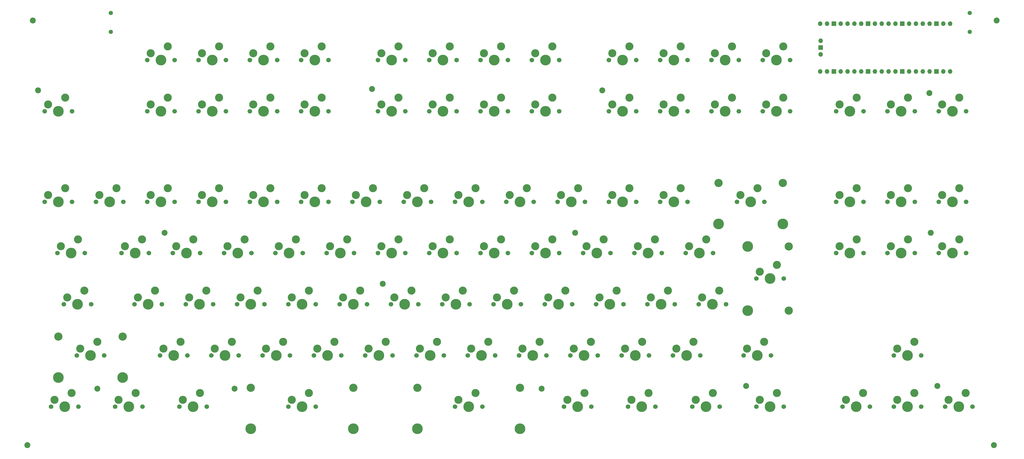
<source format=gts>
G04 #@! TF.GenerationSoftware,KiCad,Pcbnew,7.0.6*
G04 #@! TF.CreationDate,2023-11-12T21:08:56+01:00*
G04 #@! TF.ProjectId,main,6d61696e-2e6b-4696-9361-645f70636258,rev?*
G04 #@! TF.SameCoordinates,Original*
G04 #@! TF.FileFunction,Soldermask,Top*
G04 #@! TF.FilePolarity,Negative*
%FSLAX46Y46*%
G04 Gerber Fmt 4.6, Leading zero omitted, Abs format (unit mm)*
G04 Created by KiCad (PCBNEW 7.0.6) date 2023-11-12 21:08:56*
%MOMM*%
%LPD*%
G01*
G04 APERTURE LIST*
%ADD10C,2.200000*%
%ADD11C,1.701800*%
%ADD12C,3.000000*%
%ADD13C,3.987800*%
%ADD14C,3.048000*%
%ADD15C,1.600000*%
%ADD16O,1.700000X1.700000*%
%ADD17R,1.700000X1.700000*%
G04 APERTURE END LIST*
D10*
X34397500Y-56330000D03*
X221397500Y-167330000D03*
D11*
X170180000Y-97790000D03*
D12*
X171450000Y-95250000D03*
D13*
X175260000Y-97790000D03*
D12*
X177800000Y-92710000D03*
D11*
X180340000Y-97790000D03*
X217805000Y-116840000D03*
D12*
X219075000Y-114300000D03*
D13*
X222885000Y-116840000D03*
D12*
X225425000Y-111760000D03*
D11*
X227965000Y-116840000D03*
D10*
X243897500Y-56330000D03*
D11*
X74930000Y-45115000D03*
D12*
X76200000Y-42575000D03*
D13*
X80010000Y-45115000D03*
D12*
X82550000Y-40035000D03*
D11*
X85090000Y-45115000D03*
X352224000Y-154940000D03*
D12*
X353494000Y-152400000D03*
D13*
X357304000Y-154940000D03*
D12*
X359844000Y-149860000D03*
D11*
X362384000Y-154940000D03*
X241617500Y-135890000D03*
D12*
X242887500Y-133350000D03*
D13*
X246697500Y-135890000D03*
D12*
X249237500Y-130810000D03*
D11*
X251777500Y-135890000D03*
X179705000Y-64165000D03*
D12*
X180975000Y-61625000D03*
D13*
X184785000Y-64165000D03*
D12*
X187325000Y-59085000D03*
D11*
X189865000Y-64165000D03*
D10*
X56397500Y-167330000D03*
D11*
X136842500Y-154940000D03*
D12*
X138112500Y-152400000D03*
D13*
X141922500Y-154940000D03*
D12*
X144462500Y-149860000D03*
D11*
X147002500Y-154940000D03*
X349843000Y-64165000D03*
D12*
X351113000Y-61625000D03*
D13*
X354923000Y-64165000D03*
D12*
X357463000Y-59085000D03*
D11*
X360003000Y-64165000D03*
X160655000Y-45115000D03*
D12*
X161925000Y-42575000D03*
D13*
X165735000Y-45115000D03*
D12*
X168275000Y-40035000D03*
D11*
X170815000Y-45115000D03*
X217805000Y-45115000D03*
D12*
X219075000Y-42575000D03*
D13*
X222885000Y-45115000D03*
D12*
X225425000Y-40035000D03*
D11*
X227965000Y-45115000D03*
X296386250Y-154940000D03*
D12*
X297656250Y-152400000D03*
D13*
X301466250Y-154940000D03*
D12*
X304006250Y-149860000D03*
D11*
X306546250Y-154940000D03*
X213042500Y-154940000D03*
D12*
X214312500Y-152400000D03*
D13*
X218122500Y-154940000D03*
D12*
X220662500Y-149860000D03*
D11*
X223202500Y-154940000D03*
X141605000Y-116840000D03*
D12*
X142875000Y-114300000D03*
D13*
X146685000Y-116840000D03*
D12*
X149225000Y-111760000D03*
D11*
X151765000Y-116840000D03*
X179705000Y-45115000D03*
D12*
X180975000Y-42575000D03*
D13*
X184785000Y-45115000D03*
D12*
X187325000Y-40035000D03*
D11*
X189865000Y-45115000D03*
X198755000Y-64165000D03*
D12*
X200025000Y-61625000D03*
D13*
X203835000Y-64165000D03*
D12*
X206375000Y-59085000D03*
D11*
X208915000Y-64165000D03*
X127317500Y-135890000D03*
D12*
X128587500Y-133350000D03*
D13*
X132397500Y-135890000D03*
D12*
X134937500Y-130810000D03*
D11*
X137477500Y-135890000D03*
X333174000Y-173990000D03*
D12*
X334444000Y-171450000D03*
D13*
X338254000Y-173990000D03*
D12*
X340794000Y-168910000D03*
D11*
X343334000Y-173990000D03*
X93980000Y-45115000D03*
D12*
X95250000Y-42575000D03*
D13*
X99060000Y-45115000D03*
D12*
X101600000Y-40035000D03*
D11*
X104140000Y-45115000D03*
X122555000Y-116840000D03*
D12*
X123825000Y-114300000D03*
D13*
X127635000Y-116840000D03*
D12*
X130175000Y-111760000D03*
D11*
X132715000Y-116840000D03*
D10*
X107397500Y-167330000D03*
X365397500Y-57330000D03*
D14*
X175260000Y-167005000D03*
D13*
X175260000Y-182245000D03*
D11*
X189230000Y-173990000D03*
D12*
X190500000Y-171450000D03*
D13*
X194310000Y-173990000D03*
D12*
X196850000Y-168910000D03*
D11*
X199390000Y-173990000D03*
D14*
X213360000Y-167005000D03*
D13*
X213360000Y-182245000D03*
D11*
X265430000Y-97790000D03*
D12*
X266700000Y-95250000D03*
D13*
X270510000Y-97790000D03*
D12*
X273050000Y-92710000D03*
D11*
X275590000Y-97790000D03*
X113030000Y-45115000D03*
D12*
X114300000Y-42575000D03*
D13*
X118110000Y-45115000D03*
D12*
X120650000Y-40035000D03*
D11*
X123190000Y-45115000D03*
X160655000Y-116840000D03*
D12*
X161925000Y-114300000D03*
D13*
X165735000Y-116840000D03*
D12*
X168275000Y-111760000D03*
D11*
X170815000Y-116840000D03*
X63023750Y-173990000D03*
D12*
X64293750Y-171450000D03*
D13*
X68103750Y-173990000D03*
D12*
X70643750Y-168910000D03*
D11*
X73183750Y-173990000D03*
X93980000Y-64165000D03*
D12*
X95250000Y-61625000D03*
D13*
X99060000Y-64165000D03*
D12*
X101600000Y-59085000D03*
D11*
X104140000Y-64165000D03*
X232092500Y-154940000D03*
D12*
X233362500Y-152400000D03*
D13*
X237172500Y-154940000D03*
D12*
X239712500Y-149860000D03*
D11*
X242252500Y-154940000D03*
X165417500Y-135890000D03*
D12*
X166687500Y-133350000D03*
D13*
X170497500Y-135890000D03*
D12*
X173037500Y-130810000D03*
D11*
X175577500Y-135890000D03*
D14*
X113347500Y-167005000D03*
D13*
X113347500Y-182245000D03*
D11*
X127317500Y-173990000D03*
D12*
X128587500Y-171450000D03*
D13*
X132397500Y-173990000D03*
D12*
X134937500Y-168910000D03*
D11*
X137477500Y-173990000D03*
D14*
X151447500Y-167005000D03*
D13*
X151447500Y-182245000D03*
D11*
X74930000Y-64165000D03*
D12*
X76200000Y-61625000D03*
D13*
X80010000Y-64165000D03*
D12*
X82550000Y-59085000D03*
D11*
X85090000Y-64165000D03*
X70167500Y-135890000D03*
D12*
X71437500Y-133350000D03*
D13*
X75247500Y-135890000D03*
D12*
X77787500Y-130810000D03*
D11*
X80327500Y-135890000D03*
X265430000Y-64165000D03*
D12*
X266700000Y-61625000D03*
D13*
X270510000Y-64165000D03*
D12*
X273050000Y-59085000D03*
D11*
X275590000Y-64165000D03*
D10*
X297397500Y-166330000D03*
D11*
X222567500Y-135890000D03*
D12*
X223837500Y-133350000D03*
D13*
X227647500Y-135890000D03*
D12*
X230187500Y-130810000D03*
D11*
X232727500Y-135890000D03*
X79692500Y-154940000D03*
D12*
X80962500Y-152400000D03*
D13*
X84772500Y-154940000D03*
D12*
X87312500Y-149860000D03*
D11*
X89852500Y-154940000D03*
X251142500Y-154940000D03*
D12*
X252412500Y-152400000D03*
D13*
X256222500Y-154940000D03*
D12*
X258762500Y-149860000D03*
D11*
X261302500Y-154940000D03*
X246380000Y-45115000D03*
D12*
X247650000Y-42575000D03*
D13*
X251460000Y-45115000D03*
D12*
X254000000Y-40035000D03*
D11*
X256540000Y-45115000D03*
X217805000Y-64165000D03*
D12*
X219075000Y-61625000D03*
D13*
X222885000Y-64165000D03*
D12*
X225425000Y-59085000D03*
D11*
X227965000Y-64165000D03*
X265430000Y-45115000D03*
D12*
X266700000Y-42575000D03*
D13*
X270510000Y-45115000D03*
D12*
X273050000Y-40035000D03*
D11*
X275590000Y-45115000D03*
X330793000Y-116840000D03*
D12*
X332063000Y-114300000D03*
D13*
X335873000Y-116840000D03*
D12*
X338413000Y-111760000D03*
D11*
X340953000Y-116840000D03*
X277336250Y-173990000D03*
D12*
X278606250Y-171450000D03*
D13*
X282416250Y-173990000D03*
D12*
X284956250Y-168910000D03*
D11*
X287496250Y-173990000D03*
X368893000Y-97790000D03*
D12*
X370163000Y-95250000D03*
D13*
X373973000Y-97790000D03*
D12*
X376513000Y-92710000D03*
D11*
X379053000Y-97790000D03*
X349843000Y-97790000D03*
D12*
X351113000Y-95250000D03*
D13*
X354923000Y-97790000D03*
D12*
X357463000Y-92710000D03*
D11*
X360003000Y-97790000D03*
X86836250Y-173990000D03*
D12*
X88106250Y-171450000D03*
D13*
X91916250Y-173990000D03*
D12*
X94456250Y-168910000D03*
D11*
X96996250Y-173990000D03*
X55880000Y-97790000D03*
D12*
X57150000Y-95250000D03*
D13*
X60960000Y-97790000D03*
D12*
X63500000Y-92710000D03*
D11*
X66040000Y-97790000D03*
X255905000Y-116840000D03*
D12*
X257175000Y-114300000D03*
D13*
X260985000Y-116840000D03*
D12*
X263525000Y-111760000D03*
D11*
X266065000Y-116840000D03*
X160655000Y-64165000D03*
D12*
X161925000Y-61625000D03*
D13*
X165735000Y-64165000D03*
D12*
X168275000Y-59085000D03*
D11*
X170815000Y-64165000D03*
X65405000Y-116840000D03*
D12*
X66675000Y-114300000D03*
D13*
X70485000Y-116840000D03*
D12*
X73025000Y-111760000D03*
D11*
X75565000Y-116840000D03*
X132080000Y-64165000D03*
D12*
X133350000Y-61625000D03*
D13*
X137160000Y-64165000D03*
D12*
X139700000Y-59085000D03*
D11*
X142240000Y-64165000D03*
X198755000Y-116840000D03*
D12*
X200025000Y-114300000D03*
D13*
X203835000Y-116840000D03*
D12*
X206375000Y-111760000D03*
D11*
X208915000Y-116840000D03*
X301148750Y-173990000D03*
D12*
X302418750Y-171450000D03*
D13*
X306228750Y-173990000D03*
D12*
X308768750Y-168910000D03*
D11*
X311308750Y-173990000D03*
X349843000Y-116840000D03*
D12*
X351113000Y-114300000D03*
D13*
X354923000Y-116840000D03*
D12*
X357463000Y-111760000D03*
D11*
X360003000Y-116840000D03*
X132080000Y-97790000D03*
D12*
X133350000Y-95250000D03*
D13*
X137160000Y-97790000D03*
D12*
X139700000Y-92710000D03*
D11*
X142240000Y-97790000D03*
D10*
X390397500Y-30330000D03*
D11*
X246380000Y-64165000D03*
D12*
X247650000Y-61625000D03*
D13*
X251460000Y-64165000D03*
D12*
X254000000Y-59085000D03*
D11*
X256540000Y-64165000D03*
X368893000Y-116840000D03*
D12*
X370163000Y-114300000D03*
D13*
X373973000Y-116840000D03*
D12*
X376513000Y-111760000D03*
D11*
X379053000Y-116840000D03*
D10*
X162397500Y-128330000D03*
D14*
X41878250Y-147955000D03*
D13*
X41878250Y-163195000D03*
D11*
X48736250Y-154940000D03*
D12*
X50006250Y-152400000D03*
D13*
X53816250Y-154940000D03*
D12*
X56356250Y-149860000D03*
D11*
X58896250Y-154940000D03*
D14*
X65754250Y-147955000D03*
D13*
X65754250Y-163195000D03*
D11*
X330793000Y-97790000D03*
D12*
X332063000Y-95250000D03*
D13*
X335873000Y-97790000D03*
D12*
X338413000Y-92710000D03*
D11*
X340953000Y-97790000D03*
X89217500Y-135890000D03*
D12*
X90487500Y-133350000D03*
D13*
X94297500Y-135890000D03*
D12*
X96837500Y-130810000D03*
D11*
X99377500Y-135890000D03*
X279717500Y-135890000D03*
D12*
X280987500Y-133350000D03*
D13*
X284797500Y-135890000D03*
D12*
X287337500Y-130810000D03*
D11*
X289877500Y-135890000D03*
X184467500Y-135890000D03*
D12*
X185737500Y-133350000D03*
D13*
X189547500Y-135890000D03*
D12*
X192087500Y-130810000D03*
D11*
X194627500Y-135890000D03*
X352224000Y-173990000D03*
D12*
X353494000Y-171450000D03*
D13*
X357304000Y-173990000D03*
D12*
X359844000Y-168910000D03*
D11*
X362384000Y-173990000D03*
D10*
X389397500Y-188330000D03*
D11*
X193992500Y-154940000D03*
D12*
X195262500Y-152400000D03*
D13*
X199072500Y-154940000D03*
D12*
X201612500Y-149860000D03*
D11*
X204152500Y-154940000D03*
X43973750Y-135890000D03*
D12*
X45243750Y-133350000D03*
D13*
X49053750Y-135890000D03*
D12*
X51593750Y-130810000D03*
D11*
X54133750Y-135890000D03*
D14*
X287147000Y-90805000D03*
D13*
X287147000Y-106045000D03*
D11*
X294005000Y-97790000D03*
D12*
X295275000Y-95250000D03*
D13*
X299085000Y-97790000D03*
D12*
X301625000Y-92710000D03*
D11*
X304165000Y-97790000D03*
D14*
X311023000Y-90805000D03*
D13*
X311023000Y-106045000D03*
D11*
X155892500Y-154940000D03*
D12*
X157162500Y-152400000D03*
D13*
X160972500Y-154940000D03*
D12*
X163512500Y-149860000D03*
D11*
X166052500Y-154940000D03*
X229711250Y-173990000D03*
D12*
X230981250Y-171450000D03*
D13*
X234791250Y-173990000D03*
D12*
X237331250Y-168910000D03*
D11*
X239871250Y-173990000D03*
X284480000Y-45115000D03*
D12*
X285750000Y-42575000D03*
D13*
X289560000Y-45115000D03*
D12*
X292100000Y-40035000D03*
D11*
X294640000Y-45115000D03*
D13*
X297973750Y-114427000D03*
X297973750Y-138303000D03*
D11*
X301148750Y-126365000D03*
D12*
X302418750Y-123825000D03*
D13*
X306228750Y-126365000D03*
D12*
X308768750Y-121285000D03*
D11*
X311308750Y-126365000D03*
D14*
X313213750Y-114427000D03*
X313213750Y-138303000D03*
D10*
X81397500Y-109330000D03*
D11*
X151130000Y-97790000D03*
D12*
X152400000Y-95250000D03*
D13*
X156210000Y-97790000D03*
D12*
X158750000Y-92710000D03*
D11*
X161290000Y-97790000D03*
X117792500Y-154940000D03*
D12*
X119062500Y-152400000D03*
D13*
X122872500Y-154940000D03*
D12*
X125412500Y-149860000D03*
D11*
X127952500Y-154940000D03*
X203517500Y-135890000D03*
D12*
X204787500Y-133350000D03*
D13*
X208597500Y-135890000D03*
D12*
X211137500Y-130810000D03*
D11*
X213677500Y-135890000D03*
X84455000Y-116840000D03*
D12*
X85725000Y-114300000D03*
D13*
X89535000Y-116840000D03*
D12*
X92075000Y-111760000D03*
D11*
X94615000Y-116840000D03*
X93980000Y-97790000D03*
D12*
X95250000Y-95250000D03*
D13*
X99060000Y-97790000D03*
D12*
X101600000Y-92710000D03*
D11*
X104140000Y-97790000D03*
X179705000Y-116840000D03*
D12*
X180975000Y-114300000D03*
D13*
X184785000Y-116840000D03*
D12*
X187325000Y-111760000D03*
D11*
X189865000Y-116840000D03*
X132080000Y-45115000D03*
D12*
X133350000Y-42575000D03*
D13*
X137160000Y-45115000D03*
D12*
X139700000Y-40035000D03*
D11*
X142240000Y-45115000D03*
X236855000Y-116840000D03*
D12*
X238125000Y-114300000D03*
D13*
X241935000Y-116840000D03*
D12*
X244475000Y-111760000D03*
D11*
X247015000Y-116840000D03*
X198755000Y-45115000D03*
D12*
X200025000Y-42575000D03*
D13*
X203835000Y-45115000D03*
D12*
X206375000Y-40035000D03*
D11*
X208915000Y-45115000D03*
X368893000Y-64165000D03*
D12*
X370163000Y-61625000D03*
D13*
X373973000Y-64165000D03*
D12*
X376513000Y-59085000D03*
D11*
X379053000Y-64165000D03*
X36830000Y-97790000D03*
D12*
X38100000Y-95250000D03*
D13*
X41910000Y-97790000D03*
D12*
X44450000Y-92710000D03*
D11*
X46990000Y-97790000D03*
X303530000Y-64165000D03*
D12*
X304800000Y-61625000D03*
D13*
X308610000Y-64165000D03*
D12*
X311150000Y-59085000D03*
D11*
X313690000Y-64165000D03*
X270192500Y-154940000D03*
D12*
X271462500Y-152400000D03*
D13*
X275272500Y-154940000D03*
D12*
X277812500Y-149860000D03*
D11*
X280352500Y-154940000D03*
X246380000Y-97790000D03*
D12*
X247650000Y-95250000D03*
D13*
X251460000Y-97790000D03*
D12*
X254000000Y-92710000D03*
D11*
X256540000Y-97790000D03*
D10*
X158397500Y-55830000D03*
D11*
X274955000Y-116840000D03*
D12*
X276225000Y-114300000D03*
D13*
X280035000Y-116840000D03*
D12*
X282575000Y-111760000D03*
D11*
X285115000Y-116840000D03*
X174942500Y-154940000D03*
D12*
X176212500Y-152400000D03*
D13*
X180022500Y-154940000D03*
D12*
X182562500Y-149860000D03*
D11*
X185102500Y-154940000D03*
X189230000Y-97790000D03*
D12*
X190500000Y-95250000D03*
D13*
X194310000Y-97790000D03*
D12*
X196850000Y-92710000D03*
D11*
X199390000Y-97790000D03*
X39211250Y-173990000D03*
D12*
X40481250Y-171450000D03*
D13*
X44291250Y-173990000D03*
D12*
X46831250Y-168910000D03*
D11*
X49371250Y-173990000D03*
X303530000Y-45115000D03*
D12*
X304800000Y-42575000D03*
D13*
X308610000Y-45115000D03*
D12*
X311150000Y-40035000D03*
D11*
X313690000Y-45115000D03*
X284480000Y-64165000D03*
D12*
X285750000Y-61625000D03*
D13*
X289560000Y-64165000D03*
D12*
X292100000Y-59085000D03*
D11*
X294640000Y-64165000D03*
X98742500Y-154940000D03*
D12*
X100012500Y-152400000D03*
D13*
X103822500Y-154940000D03*
D12*
X106362500Y-149860000D03*
D11*
X108902500Y-154940000D03*
X74930000Y-97790000D03*
D12*
X76200000Y-95250000D03*
D13*
X80010000Y-97790000D03*
D12*
X82550000Y-92710000D03*
D11*
X85090000Y-97790000D03*
X108267500Y-135890000D03*
D12*
X109537500Y-133350000D03*
D13*
X113347500Y-135890000D03*
D12*
X115887500Y-130810000D03*
D11*
X118427500Y-135890000D03*
X371274000Y-173990000D03*
D12*
X372544000Y-171450000D03*
D13*
X376354000Y-173990000D03*
D12*
X378894000Y-168910000D03*
D11*
X381434000Y-173990000D03*
D10*
X365897500Y-109330000D03*
D11*
X330793000Y-64165000D03*
D12*
X332063000Y-61625000D03*
D13*
X335873000Y-64165000D03*
D12*
X338413000Y-59085000D03*
D11*
X340953000Y-64165000D03*
D10*
X32397500Y-30330000D03*
D11*
X253523750Y-173990000D03*
D12*
X254793750Y-171450000D03*
D13*
X258603750Y-173990000D03*
D12*
X261143750Y-168910000D03*
D11*
X263683750Y-173990000D03*
D10*
X368397500Y-166330000D03*
X30397500Y-188330000D03*
D11*
X113030000Y-97790000D03*
D12*
X114300000Y-95250000D03*
D13*
X118110000Y-97790000D03*
D12*
X120650000Y-92710000D03*
D11*
X123190000Y-97790000D03*
X227330000Y-97790000D03*
D12*
X228600000Y-95250000D03*
D13*
X232410000Y-97790000D03*
D12*
X234950000Y-92710000D03*
D11*
X237490000Y-97790000D03*
X260667500Y-135890000D03*
D12*
X261937500Y-133350000D03*
D13*
X265747500Y-135890000D03*
D12*
X268287500Y-130810000D03*
D11*
X270827500Y-135890000D03*
X41592500Y-116840000D03*
D12*
X42862500Y-114300000D03*
D13*
X46672500Y-116840000D03*
D12*
X49212500Y-111760000D03*
D11*
X51752500Y-116840000D03*
X146367500Y-135890000D03*
D12*
X147637500Y-133350000D03*
D13*
X151447500Y-135890000D03*
D12*
X153987500Y-130810000D03*
D11*
X156527500Y-135890000D03*
X103505000Y-116840000D03*
D12*
X104775000Y-114300000D03*
D13*
X108585000Y-116840000D03*
D12*
X111125000Y-111760000D03*
D11*
X113665000Y-116840000D03*
X36830000Y-64165000D03*
D12*
X38100000Y-61625000D03*
D13*
X41910000Y-64165000D03*
D12*
X44450000Y-59085000D03*
D11*
X46990000Y-64165000D03*
X113030000Y-64165000D03*
D12*
X114300000Y-61625000D03*
D13*
X118110000Y-64165000D03*
D12*
X120650000Y-59085000D03*
D11*
X123190000Y-64165000D03*
X208280000Y-97790000D03*
D12*
X209550000Y-95250000D03*
D13*
X213360000Y-97790000D03*
D12*
X215900000Y-92710000D03*
D11*
X218440000Y-97790000D03*
D10*
X233897500Y-109330000D03*
D15*
X380397500Y-27580000D03*
X380397500Y-34580000D03*
D16*
X373097500Y-49330000D03*
X370557500Y-49330000D03*
D17*
X368017500Y-49330000D03*
D16*
X365477500Y-49330000D03*
X362937500Y-49330000D03*
X360397500Y-49330000D03*
X357857500Y-49330000D03*
D17*
X355317500Y-49330000D03*
D16*
X352777500Y-49330000D03*
X350237500Y-49330000D03*
X347697500Y-49330000D03*
X345157500Y-49330000D03*
D17*
X342617500Y-49330000D03*
D16*
X340077500Y-49330000D03*
X337537500Y-49330000D03*
X334997500Y-49330000D03*
X332457500Y-49330000D03*
D17*
X329917500Y-49330000D03*
D16*
X327377500Y-49330000D03*
X324837500Y-49330000D03*
X324837500Y-31550000D03*
X327377500Y-31550000D03*
D17*
X329917500Y-31550000D03*
D16*
X332457500Y-31550000D03*
X334997500Y-31550000D03*
X337537500Y-31550000D03*
X340077500Y-31550000D03*
D17*
X342617500Y-31550000D03*
D16*
X345157500Y-31550000D03*
X347697500Y-31550000D03*
X350237500Y-31550000D03*
X352777500Y-31550000D03*
D17*
X355317500Y-31550000D03*
D16*
X357857500Y-31550000D03*
X360397500Y-31550000D03*
X362937500Y-31550000D03*
X365477500Y-31550000D03*
D17*
X368017500Y-31550000D03*
D16*
X370557500Y-31550000D03*
X373097500Y-31550000D03*
X325067500Y-42980000D03*
D17*
X325067500Y-40440000D03*
D16*
X325067500Y-37900000D03*
D15*
X61397500Y-27580000D03*
X61397500Y-34580000D03*
M02*

</source>
